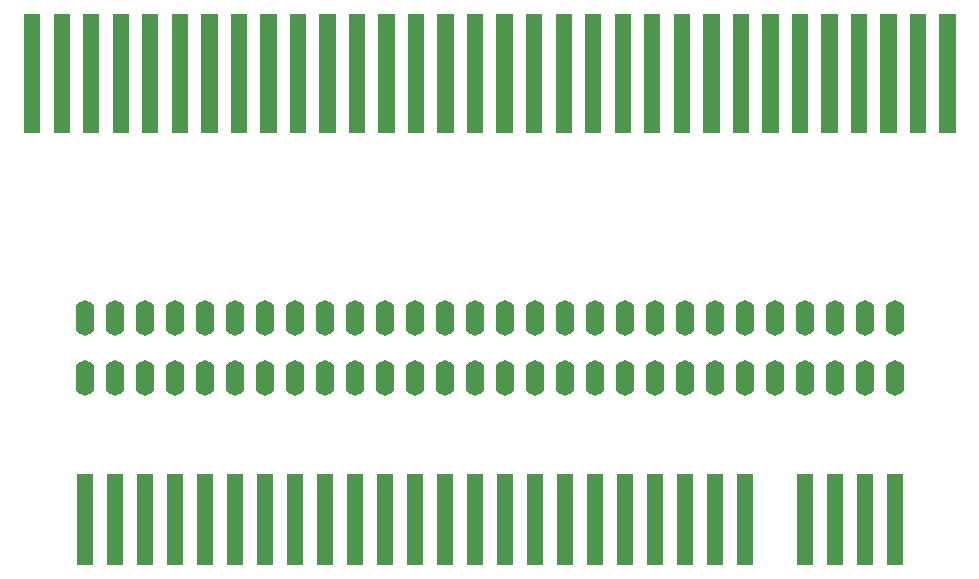
<source format=gbr>
%TF.GenerationSoftware,KiCad,Pcbnew,7.0.1*%
%TF.CreationDate,2023-10-11T14:29:47+03:00*%
%TF.ProjectId,DeltaS48k-convertor,44656c74-6153-4343-986b-2d636f6e7665,rev?*%
%TF.SameCoordinates,Original*%
%TF.FileFunction,Soldermask,Top*%
%TF.FilePolarity,Negative*%
%FSLAX46Y46*%
G04 Gerber Fmt 4.6, Leading zero omitted, Abs format (unit mm)*
G04 Created by KiCad (PCBNEW 7.0.1) date 2023-10-11 14:29:47*
%MOMM*%
%LPD*%
G01*
G04 APERTURE LIST*
%ADD10C,0.120000*%
%ADD11O,1.600000X3.000000*%
G04 APERTURE END LIST*
D10*
%TO.C,J1*%
X87432010Y-36602010D02*
X88732010Y-36602010D01*
X88732010Y-36602010D02*
X88732010Y-46602010D01*
X88732010Y-46602010D02*
X87432010Y-46602010D01*
X87432010Y-46602010D02*
X87432010Y-36602010D01*
G36*
X87432010Y-36602010D02*
G01*
X88732010Y-36602010D01*
X88732010Y-46602010D01*
X87432010Y-46602010D01*
X87432010Y-36602010D01*
G37*
X89932010Y-36602010D02*
X91232010Y-36602010D01*
X91232010Y-36602010D02*
X91232010Y-46602010D01*
X91232010Y-46602010D02*
X89932010Y-46602010D01*
X89932010Y-46602010D02*
X89932010Y-36602010D01*
G36*
X89932010Y-36602010D02*
G01*
X91232010Y-36602010D01*
X91232010Y-46602010D01*
X89932010Y-46602010D01*
X89932010Y-36602010D01*
G37*
X92432010Y-36602010D02*
X93732010Y-36602010D01*
X93732010Y-36602010D02*
X93732010Y-46602010D01*
X93732010Y-46602010D02*
X92432010Y-46602010D01*
X92432010Y-46602010D02*
X92432010Y-36602010D01*
G36*
X92432010Y-36602010D02*
G01*
X93732010Y-36602010D01*
X93732010Y-46602010D01*
X92432010Y-46602010D01*
X92432010Y-36602010D01*
G37*
X94932010Y-36602010D02*
X96232010Y-36602010D01*
X96232010Y-36602010D02*
X96232010Y-46602010D01*
X96232010Y-46602010D02*
X94932010Y-46602010D01*
X94932010Y-46602010D02*
X94932010Y-36602010D01*
G36*
X94932010Y-36602010D02*
G01*
X96232010Y-36602010D01*
X96232010Y-46602010D01*
X94932010Y-46602010D01*
X94932010Y-36602010D01*
G37*
X97432010Y-36602010D02*
X98732010Y-36602010D01*
X98732010Y-36602010D02*
X98732010Y-46602010D01*
X98732010Y-46602010D02*
X97432010Y-46602010D01*
X97432010Y-46602010D02*
X97432010Y-36602010D01*
G36*
X97432010Y-36602010D02*
G01*
X98732010Y-36602010D01*
X98732010Y-46602010D01*
X97432010Y-46602010D01*
X97432010Y-36602010D01*
G37*
X99932010Y-36602010D02*
X101232010Y-36602010D01*
X101232010Y-36602010D02*
X101232010Y-46602010D01*
X101232010Y-46602010D02*
X99932010Y-46602010D01*
X99932010Y-46602010D02*
X99932010Y-36602010D01*
G36*
X99932010Y-36602010D02*
G01*
X101232010Y-36602010D01*
X101232010Y-46602010D01*
X99932010Y-46602010D01*
X99932010Y-36602010D01*
G37*
X102432010Y-36602010D02*
X103732010Y-36602010D01*
X103732010Y-36602010D02*
X103732010Y-46602010D01*
X103732010Y-46602010D02*
X102432010Y-46602010D01*
X102432010Y-46602010D02*
X102432010Y-36602010D01*
G36*
X102432010Y-36602010D02*
G01*
X103732010Y-36602010D01*
X103732010Y-46602010D01*
X102432010Y-46602010D01*
X102432010Y-36602010D01*
G37*
X104932010Y-36602010D02*
X106232010Y-36602010D01*
X106232010Y-36602010D02*
X106232010Y-46602010D01*
X106232010Y-46602010D02*
X104932010Y-46602010D01*
X104932010Y-46602010D02*
X104932010Y-36602010D01*
G36*
X104932010Y-36602010D02*
G01*
X106232010Y-36602010D01*
X106232010Y-46602010D01*
X104932010Y-46602010D01*
X104932010Y-36602010D01*
G37*
X107432010Y-36602010D02*
X108732010Y-36602010D01*
X108732010Y-36602010D02*
X108732010Y-46602010D01*
X108732010Y-46602010D02*
X107432010Y-46602010D01*
X107432010Y-46602010D02*
X107432010Y-36602010D01*
G36*
X107432010Y-36602010D02*
G01*
X108732010Y-36602010D01*
X108732010Y-46602010D01*
X107432010Y-46602010D01*
X107432010Y-36602010D01*
G37*
X109932010Y-36602010D02*
X111232010Y-36602010D01*
X111232010Y-36602010D02*
X111232010Y-46602010D01*
X111232010Y-46602010D02*
X109932010Y-46602010D01*
X109932010Y-46602010D02*
X109932010Y-36602010D01*
G36*
X109932010Y-36602010D02*
G01*
X111232010Y-36602010D01*
X111232010Y-46602010D01*
X109932010Y-46602010D01*
X109932010Y-36602010D01*
G37*
X112432010Y-36602010D02*
X113732010Y-36602010D01*
X113732010Y-36602010D02*
X113732010Y-46602010D01*
X113732010Y-46602010D02*
X112432010Y-46602010D01*
X112432010Y-46602010D02*
X112432010Y-36602010D01*
G36*
X112432010Y-36602010D02*
G01*
X113732010Y-36602010D01*
X113732010Y-46602010D01*
X112432010Y-46602010D01*
X112432010Y-36602010D01*
G37*
X114932010Y-36602010D02*
X116232010Y-36602010D01*
X116232010Y-36602010D02*
X116232010Y-46602010D01*
X116232010Y-46602010D02*
X114932010Y-46602010D01*
X114932010Y-46602010D02*
X114932010Y-36602010D01*
G36*
X114932010Y-36602010D02*
G01*
X116232010Y-36602010D01*
X116232010Y-46602010D01*
X114932010Y-46602010D01*
X114932010Y-36602010D01*
G37*
X117432010Y-36602010D02*
X118732010Y-36602010D01*
X118732010Y-36602010D02*
X118732010Y-46602010D01*
X118732010Y-46602010D02*
X117432010Y-46602010D01*
X117432010Y-46602010D02*
X117432010Y-36602010D01*
G36*
X117432010Y-36602010D02*
G01*
X118732010Y-36602010D01*
X118732010Y-46602010D01*
X117432010Y-46602010D01*
X117432010Y-36602010D01*
G37*
X119932010Y-36602010D02*
X121232010Y-36602010D01*
X121232010Y-36602010D02*
X121232010Y-46602010D01*
X121232010Y-46602010D02*
X119932010Y-46602010D01*
X119932010Y-46602010D02*
X119932010Y-36602010D01*
G36*
X119932010Y-36602010D02*
G01*
X121232010Y-36602010D01*
X121232010Y-46602010D01*
X119932010Y-46602010D01*
X119932010Y-36602010D01*
G37*
X122432010Y-36602010D02*
X123732010Y-36602010D01*
X123732010Y-36602010D02*
X123732010Y-46602010D01*
X123732010Y-46602010D02*
X122432010Y-46602010D01*
X122432010Y-46602010D02*
X122432010Y-36602010D01*
G36*
X122432010Y-36602010D02*
G01*
X123732010Y-36602010D01*
X123732010Y-46602010D01*
X122432010Y-46602010D01*
X122432010Y-36602010D01*
G37*
X124932010Y-36602010D02*
X126232010Y-36602010D01*
X126232010Y-36602010D02*
X126232010Y-46602010D01*
X126232010Y-46602010D02*
X124932010Y-46602010D01*
X124932010Y-46602010D02*
X124932010Y-36602010D01*
G36*
X124932010Y-36602010D02*
G01*
X126232010Y-36602010D01*
X126232010Y-46602010D01*
X124932010Y-46602010D01*
X124932010Y-36602010D01*
G37*
X127432010Y-36602010D02*
X128732010Y-36602010D01*
X128732010Y-36602010D02*
X128732010Y-46602010D01*
X128732010Y-46602010D02*
X127432010Y-46602010D01*
X127432010Y-46602010D02*
X127432010Y-36602010D01*
G36*
X127432010Y-36602010D02*
G01*
X128732010Y-36602010D01*
X128732010Y-46602010D01*
X127432010Y-46602010D01*
X127432010Y-36602010D01*
G37*
X129932010Y-36602010D02*
X131232010Y-36602010D01*
X131232010Y-36602010D02*
X131232010Y-46602010D01*
X131232010Y-46602010D02*
X129932010Y-46602010D01*
X129932010Y-46602010D02*
X129932010Y-36602010D01*
G36*
X129932010Y-36602010D02*
G01*
X131232010Y-36602010D01*
X131232010Y-46602010D01*
X129932010Y-46602010D01*
X129932010Y-36602010D01*
G37*
X132432010Y-36602010D02*
X133732010Y-36602010D01*
X133732010Y-36602010D02*
X133732010Y-46602010D01*
X133732010Y-46602010D02*
X132432010Y-46602010D01*
X132432010Y-46602010D02*
X132432010Y-36602010D01*
G36*
X132432010Y-36602010D02*
G01*
X133732010Y-36602010D01*
X133732010Y-46602010D01*
X132432010Y-46602010D01*
X132432010Y-36602010D01*
G37*
X134932010Y-36602010D02*
X136232010Y-36602010D01*
X136232010Y-36602010D02*
X136232010Y-46602010D01*
X136232010Y-46602010D02*
X134932010Y-46602010D01*
X134932010Y-46602010D02*
X134932010Y-36602010D01*
G36*
X134932010Y-36602010D02*
G01*
X136232010Y-36602010D01*
X136232010Y-46602010D01*
X134932010Y-46602010D01*
X134932010Y-36602010D01*
G37*
X137432010Y-36602010D02*
X138732010Y-36602010D01*
X138732010Y-36602010D02*
X138732010Y-46602010D01*
X138732010Y-46602010D02*
X137432010Y-46602010D01*
X137432010Y-46602010D02*
X137432010Y-36602010D01*
G36*
X137432010Y-36602010D02*
G01*
X138732010Y-36602010D01*
X138732010Y-46602010D01*
X137432010Y-46602010D01*
X137432010Y-36602010D01*
G37*
X139932010Y-36602010D02*
X141232010Y-36602010D01*
X141232010Y-36602010D02*
X141232010Y-46602010D01*
X141232010Y-46602010D02*
X139932010Y-46602010D01*
X139932010Y-46602010D02*
X139932010Y-36602010D01*
G36*
X139932010Y-36602010D02*
G01*
X141232010Y-36602010D01*
X141232010Y-46602010D01*
X139932010Y-46602010D01*
X139932010Y-36602010D01*
G37*
X142432010Y-36602010D02*
X143732010Y-36602010D01*
X143732010Y-36602010D02*
X143732010Y-46602010D01*
X143732010Y-46602010D02*
X142432010Y-46602010D01*
X142432010Y-46602010D02*
X142432010Y-36602010D01*
G36*
X142432010Y-36602010D02*
G01*
X143732010Y-36602010D01*
X143732010Y-46602010D01*
X142432010Y-46602010D01*
X142432010Y-36602010D01*
G37*
X144932010Y-36602010D02*
X146232010Y-36602010D01*
X146232010Y-36602010D02*
X146232010Y-46602010D01*
X146232010Y-46602010D02*
X144932010Y-46602010D01*
X144932010Y-46602010D02*
X144932010Y-36602010D01*
G36*
X144932010Y-36602010D02*
G01*
X146232010Y-36602010D01*
X146232010Y-46602010D01*
X144932010Y-46602010D01*
X144932010Y-36602010D01*
G37*
X147432010Y-36602010D02*
X148732010Y-36602010D01*
X148732010Y-36602010D02*
X148732010Y-46602010D01*
X148732010Y-46602010D02*
X147432010Y-46602010D01*
X147432010Y-46602010D02*
X147432010Y-36602010D01*
G36*
X147432010Y-36602010D02*
G01*
X148732010Y-36602010D01*
X148732010Y-46602010D01*
X147432010Y-46602010D01*
X147432010Y-36602010D01*
G37*
X149932010Y-36602010D02*
X151232010Y-36602010D01*
X151232010Y-36602010D02*
X151232010Y-46602010D01*
X151232010Y-46602010D02*
X149932010Y-46602010D01*
X149932010Y-46602010D02*
X149932010Y-36602010D01*
G36*
X149932010Y-36602010D02*
G01*
X151232010Y-36602010D01*
X151232010Y-46602010D01*
X149932010Y-46602010D01*
X149932010Y-36602010D01*
G37*
X152432010Y-36602010D02*
X153732010Y-36602010D01*
X153732010Y-36602010D02*
X153732010Y-46602010D01*
X153732010Y-46602010D02*
X152432010Y-46602010D01*
X152432010Y-46602010D02*
X152432010Y-36602010D01*
G36*
X152432010Y-36602010D02*
G01*
X153732010Y-36602010D01*
X153732010Y-46602010D01*
X152432010Y-46602010D01*
X152432010Y-36602010D01*
G37*
X154932010Y-36602010D02*
X156232010Y-36602010D01*
X156232010Y-36602010D02*
X156232010Y-46602010D01*
X156232010Y-46602010D02*
X154932010Y-46602010D01*
X154932010Y-46602010D02*
X154932010Y-36602010D01*
G36*
X154932010Y-36602010D02*
G01*
X156232010Y-36602010D01*
X156232010Y-46602010D01*
X154932010Y-46602010D01*
X154932010Y-36602010D01*
G37*
X157432010Y-36602010D02*
X158732010Y-36602010D01*
X158732010Y-36602010D02*
X158732010Y-46602010D01*
X158732010Y-46602010D02*
X157432010Y-46602010D01*
X157432010Y-46602010D02*
X157432010Y-36602010D01*
G36*
X157432010Y-36602010D02*
G01*
X158732010Y-36602010D01*
X158732010Y-46602010D01*
X157432010Y-46602010D01*
X157432010Y-36602010D01*
G37*
X159932010Y-36602010D02*
X161232010Y-36602010D01*
X161232010Y-36602010D02*
X161232010Y-46602010D01*
X161232010Y-46602010D02*
X159932010Y-46602010D01*
X159932010Y-46602010D02*
X159932010Y-36602010D01*
G36*
X159932010Y-36602010D02*
G01*
X161232010Y-36602010D01*
X161232010Y-46602010D01*
X159932010Y-46602010D01*
X159932010Y-36602010D01*
G37*
X162432010Y-36602010D02*
X163732010Y-36602010D01*
X163732010Y-36602010D02*
X163732010Y-46602010D01*
X163732010Y-46602010D02*
X162432010Y-46602010D01*
X162432010Y-46602010D02*
X162432010Y-36602010D01*
G36*
X162432010Y-36602010D02*
G01*
X163732010Y-36602010D01*
X163732010Y-46602010D01*
X162432010Y-46602010D01*
X162432010Y-36602010D01*
G37*
X164932010Y-36602010D02*
X166232010Y-36602010D01*
X166232010Y-36602010D02*
X166232010Y-46602010D01*
X166232010Y-46602010D02*
X164932010Y-46602010D01*
X164932010Y-46602010D02*
X164932010Y-36602010D01*
G36*
X164932010Y-36602010D02*
G01*
X166232010Y-36602010D01*
X166232010Y-46602010D01*
X164932010Y-46602010D01*
X164932010Y-36602010D01*
G37*
%TO.C,J2*%
X91948000Y-83185000D02*
X93218000Y-83185000D01*
X93218000Y-83185000D02*
X93218000Y-75565000D01*
X93218000Y-75565000D02*
X91948000Y-75565000D01*
X91948000Y-75565000D02*
X91948000Y-83185000D01*
G36*
X91948000Y-83185000D02*
G01*
X93218000Y-83185000D01*
X93218000Y-75565000D01*
X91948000Y-75565000D01*
X91948000Y-83185000D01*
G37*
X94488000Y-83185000D02*
X95758000Y-83185000D01*
X95758000Y-83185000D02*
X95758000Y-75565000D01*
X95758000Y-75565000D02*
X94488000Y-75565000D01*
X94488000Y-75565000D02*
X94488000Y-83185000D01*
G36*
X94488000Y-83185000D02*
G01*
X95758000Y-83185000D01*
X95758000Y-75565000D01*
X94488000Y-75565000D01*
X94488000Y-83185000D01*
G37*
X97028000Y-83185000D02*
X98298000Y-83185000D01*
X98298000Y-83185000D02*
X98298000Y-75565000D01*
X98298000Y-75565000D02*
X97028000Y-75565000D01*
X97028000Y-75565000D02*
X97028000Y-83185000D01*
G36*
X97028000Y-83185000D02*
G01*
X98298000Y-83185000D01*
X98298000Y-75565000D01*
X97028000Y-75565000D01*
X97028000Y-83185000D01*
G37*
X99568000Y-83185000D02*
X100838000Y-83185000D01*
X100838000Y-83185000D02*
X100838000Y-75565000D01*
X100838000Y-75565000D02*
X99568000Y-75565000D01*
X99568000Y-75565000D02*
X99568000Y-83185000D01*
G36*
X99568000Y-83185000D02*
G01*
X100838000Y-83185000D01*
X100838000Y-75565000D01*
X99568000Y-75565000D01*
X99568000Y-83185000D01*
G37*
X102108000Y-83185000D02*
X103378000Y-83185000D01*
X103378000Y-83185000D02*
X103378000Y-75565000D01*
X103378000Y-75565000D02*
X102108000Y-75565000D01*
X102108000Y-75565000D02*
X102108000Y-83185000D01*
G36*
X102108000Y-83185000D02*
G01*
X103378000Y-83185000D01*
X103378000Y-75565000D01*
X102108000Y-75565000D01*
X102108000Y-83185000D01*
G37*
X104648000Y-83185000D02*
X105918000Y-83185000D01*
X105918000Y-83185000D02*
X105918000Y-75565000D01*
X105918000Y-75565000D02*
X104648000Y-75565000D01*
X104648000Y-75565000D02*
X104648000Y-83185000D01*
G36*
X104648000Y-83185000D02*
G01*
X105918000Y-83185000D01*
X105918000Y-75565000D01*
X104648000Y-75565000D01*
X104648000Y-83185000D01*
G37*
X107188000Y-83185000D02*
X108458000Y-83185000D01*
X108458000Y-83185000D02*
X108458000Y-75565000D01*
X108458000Y-75565000D02*
X107188000Y-75565000D01*
X107188000Y-75565000D02*
X107188000Y-83185000D01*
G36*
X107188000Y-83185000D02*
G01*
X108458000Y-83185000D01*
X108458000Y-75565000D01*
X107188000Y-75565000D01*
X107188000Y-83185000D01*
G37*
X109728000Y-83185000D02*
X110998000Y-83185000D01*
X110998000Y-83185000D02*
X110998000Y-75565000D01*
X110998000Y-75565000D02*
X109728000Y-75565000D01*
X109728000Y-75565000D02*
X109728000Y-83185000D01*
G36*
X109728000Y-83185000D02*
G01*
X110998000Y-83185000D01*
X110998000Y-75565000D01*
X109728000Y-75565000D01*
X109728000Y-83185000D01*
G37*
X112268000Y-83185000D02*
X113538000Y-83185000D01*
X113538000Y-83185000D02*
X113538000Y-75565000D01*
X113538000Y-75565000D02*
X112268000Y-75565000D01*
X112268000Y-75565000D02*
X112268000Y-83185000D01*
G36*
X112268000Y-83185000D02*
G01*
X113538000Y-83185000D01*
X113538000Y-75565000D01*
X112268000Y-75565000D01*
X112268000Y-83185000D01*
G37*
X114808000Y-83185000D02*
X116078000Y-83185000D01*
X116078000Y-83185000D02*
X116078000Y-75565000D01*
X116078000Y-75565000D02*
X114808000Y-75565000D01*
X114808000Y-75565000D02*
X114808000Y-83185000D01*
G36*
X114808000Y-83185000D02*
G01*
X116078000Y-83185000D01*
X116078000Y-75565000D01*
X114808000Y-75565000D01*
X114808000Y-83185000D01*
G37*
X117348000Y-83185000D02*
X118618000Y-83185000D01*
X118618000Y-83185000D02*
X118618000Y-75565000D01*
X118618000Y-75565000D02*
X117348000Y-75565000D01*
X117348000Y-75565000D02*
X117348000Y-83185000D01*
G36*
X117348000Y-83185000D02*
G01*
X118618000Y-83185000D01*
X118618000Y-75565000D01*
X117348000Y-75565000D01*
X117348000Y-83185000D01*
G37*
X119888000Y-83185000D02*
X121158000Y-83185000D01*
X121158000Y-83185000D02*
X121158000Y-75565000D01*
X121158000Y-75565000D02*
X119888000Y-75565000D01*
X119888000Y-75565000D02*
X119888000Y-83185000D01*
G36*
X119888000Y-83185000D02*
G01*
X121158000Y-83185000D01*
X121158000Y-75565000D01*
X119888000Y-75565000D01*
X119888000Y-83185000D01*
G37*
X122428000Y-83185000D02*
X123698000Y-83185000D01*
X123698000Y-83185000D02*
X123698000Y-75565000D01*
X123698000Y-75565000D02*
X122428000Y-75565000D01*
X122428000Y-75565000D02*
X122428000Y-83185000D01*
G36*
X122428000Y-83185000D02*
G01*
X123698000Y-83185000D01*
X123698000Y-75565000D01*
X122428000Y-75565000D01*
X122428000Y-83185000D01*
G37*
X124968000Y-83185000D02*
X126238000Y-83185000D01*
X126238000Y-83185000D02*
X126238000Y-75565000D01*
X126238000Y-75565000D02*
X124968000Y-75565000D01*
X124968000Y-75565000D02*
X124968000Y-83185000D01*
G36*
X124968000Y-83185000D02*
G01*
X126238000Y-83185000D01*
X126238000Y-75565000D01*
X124968000Y-75565000D01*
X124968000Y-83185000D01*
G37*
X127508000Y-83185000D02*
X128778000Y-83185000D01*
X128778000Y-83185000D02*
X128778000Y-75565000D01*
X128778000Y-75565000D02*
X127508000Y-75565000D01*
X127508000Y-75565000D02*
X127508000Y-83185000D01*
G36*
X127508000Y-83185000D02*
G01*
X128778000Y-83185000D01*
X128778000Y-75565000D01*
X127508000Y-75565000D01*
X127508000Y-83185000D01*
G37*
X130048000Y-83185000D02*
X131318000Y-83185000D01*
X131318000Y-83185000D02*
X131318000Y-75565000D01*
X131318000Y-75565000D02*
X130048000Y-75565000D01*
X130048000Y-75565000D02*
X130048000Y-83185000D01*
G36*
X130048000Y-83185000D02*
G01*
X131318000Y-83185000D01*
X131318000Y-75565000D01*
X130048000Y-75565000D01*
X130048000Y-83185000D01*
G37*
X132588000Y-83185000D02*
X133858000Y-83185000D01*
X133858000Y-83185000D02*
X133858000Y-75565000D01*
X133858000Y-75565000D02*
X132588000Y-75565000D01*
X132588000Y-75565000D02*
X132588000Y-83185000D01*
G36*
X132588000Y-83185000D02*
G01*
X133858000Y-83185000D01*
X133858000Y-75565000D01*
X132588000Y-75565000D01*
X132588000Y-83185000D01*
G37*
X135128000Y-83185000D02*
X136398000Y-83185000D01*
X136398000Y-83185000D02*
X136398000Y-75565000D01*
X136398000Y-75565000D02*
X135128000Y-75565000D01*
X135128000Y-75565000D02*
X135128000Y-83185000D01*
G36*
X135128000Y-83185000D02*
G01*
X136398000Y-83185000D01*
X136398000Y-75565000D01*
X135128000Y-75565000D01*
X135128000Y-83185000D01*
G37*
X137668000Y-83185000D02*
X138938000Y-83185000D01*
X138938000Y-83185000D02*
X138938000Y-75565000D01*
X138938000Y-75565000D02*
X137668000Y-75565000D01*
X137668000Y-75565000D02*
X137668000Y-83185000D01*
G36*
X137668000Y-83185000D02*
G01*
X138938000Y-83185000D01*
X138938000Y-75565000D01*
X137668000Y-75565000D01*
X137668000Y-83185000D01*
G37*
X140208000Y-83185000D02*
X141478000Y-83185000D01*
X141478000Y-83185000D02*
X141478000Y-75565000D01*
X141478000Y-75565000D02*
X140208000Y-75565000D01*
X140208000Y-75565000D02*
X140208000Y-83185000D01*
G36*
X140208000Y-83185000D02*
G01*
X141478000Y-83185000D01*
X141478000Y-75565000D01*
X140208000Y-75565000D01*
X140208000Y-83185000D01*
G37*
X142748000Y-83185000D02*
X144018000Y-83185000D01*
X144018000Y-83185000D02*
X144018000Y-75565000D01*
X144018000Y-75565000D02*
X142748000Y-75565000D01*
X142748000Y-75565000D02*
X142748000Y-83185000D01*
G36*
X142748000Y-83185000D02*
G01*
X144018000Y-83185000D01*
X144018000Y-75565000D01*
X142748000Y-75565000D01*
X142748000Y-83185000D01*
G37*
X145288000Y-83185000D02*
X146558000Y-83185000D01*
X146558000Y-83185000D02*
X146558000Y-75565000D01*
X146558000Y-75565000D02*
X145288000Y-75565000D01*
X145288000Y-75565000D02*
X145288000Y-83185000D01*
G36*
X145288000Y-83185000D02*
G01*
X146558000Y-83185000D01*
X146558000Y-75565000D01*
X145288000Y-75565000D01*
X145288000Y-83185000D01*
G37*
X147828000Y-83185000D02*
X149098000Y-83185000D01*
X149098000Y-83185000D02*
X149098000Y-75565000D01*
X149098000Y-75565000D02*
X147828000Y-75565000D01*
X147828000Y-75565000D02*
X147828000Y-83185000D01*
G36*
X147828000Y-83185000D02*
G01*
X149098000Y-83185000D01*
X149098000Y-75565000D01*
X147828000Y-75565000D01*
X147828000Y-83185000D01*
G37*
X152908000Y-83185000D02*
X154178000Y-83185000D01*
X154178000Y-83185000D02*
X154178000Y-75565000D01*
X154178000Y-75565000D02*
X152908000Y-75565000D01*
X152908000Y-75565000D02*
X152908000Y-83185000D01*
G36*
X152908000Y-83185000D02*
G01*
X154178000Y-83185000D01*
X154178000Y-75565000D01*
X152908000Y-75565000D01*
X152908000Y-83185000D01*
G37*
X155448000Y-83185000D02*
X156718000Y-83185000D01*
X156718000Y-83185000D02*
X156718000Y-75565000D01*
X156718000Y-75565000D02*
X155448000Y-75565000D01*
X155448000Y-75565000D02*
X155448000Y-83185000D01*
G36*
X155448000Y-83185000D02*
G01*
X156718000Y-83185000D01*
X156718000Y-75565000D01*
X155448000Y-75565000D01*
X155448000Y-83185000D01*
G37*
X157988000Y-83185000D02*
X159258000Y-83185000D01*
X159258000Y-83185000D02*
X159258000Y-75565000D01*
X159258000Y-75565000D02*
X157988000Y-75565000D01*
X157988000Y-75565000D02*
X157988000Y-83185000D01*
G36*
X157988000Y-83185000D02*
G01*
X159258000Y-83185000D01*
X159258000Y-75565000D01*
X157988000Y-75565000D01*
X157988000Y-83185000D01*
G37*
X160528000Y-83185000D02*
X161798000Y-83185000D01*
X161798000Y-83185000D02*
X161798000Y-75565000D01*
X161798000Y-75565000D02*
X160528000Y-75565000D01*
X160528000Y-75565000D02*
X160528000Y-83185000D01*
G36*
X160528000Y-83185000D02*
G01*
X161798000Y-83185000D01*
X161798000Y-75565000D01*
X160528000Y-75565000D01*
X160528000Y-83185000D01*
G37*
%TD*%
D11*
%TO.C,SLOT*%
X161163000Y-67437000D03*
X158623000Y-67437000D03*
X156083000Y-67437000D03*
X153543000Y-67437000D03*
X151003000Y-67437000D03*
X148463000Y-67437000D03*
X145923000Y-67437000D03*
X143383000Y-67437000D03*
X140843000Y-67437000D03*
X138303000Y-67437000D03*
X135763000Y-67437000D03*
X133223000Y-67437000D03*
X130683000Y-67437000D03*
X128143000Y-67437000D03*
X125603000Y-67437000D03*
X123063000Y-67437000D03*
X120523000Y-67437000D03*
X117983000Y-67437000D03*
X115443000Y-67437000D03*
X112903000Y-67437000D03*
X110363000Y-67437000D03*
X107823000Y-67437000D03*
X105283000Y-67437000D03*
X102743000Y-67437000D03*
X100203000Y-67437000D03*
X97663000Y-67437000D03*
X95123000Y-67437000D03*
X92583000Y-67437000D03*
X161163000Y-62357000D03*
X158623000Y-62357000D03*
X156083000Y-62357000D03*
X153543000Y-62357000D03*
X151003000Y-62357000D03*
X148463000Y-62357000D03*
X145923000Y-62357000D03*
X143383000Y-62357000D03*
X140843000Y-62357000D03*
X138303000Y-62357000D03*
X135763000Y-62357000D03*
X133223000Y-62357000D03*
X130683000Y-62357000D03*
X128143000Y-62357000D03*
X125603000Y-62357000D03*
X123063000Y-62357000D03*
X120523000Y-62357000D03*
X117983000Y-62357000D03*
X115443000Y-62357000D03*
X112903000Y-62357000D03*
X110363000Y-62357000D03*
X107823000Y-62357000D03*
X105283000Y-62357000D03*
X102743000Y-62357000D03*
X100203000Y-62357000D03*
X97663000Y-62357000D03*
X95123000Y-62357000D03*
X92583000Y-62357000D03*
%TD*%
M02*

</source>
